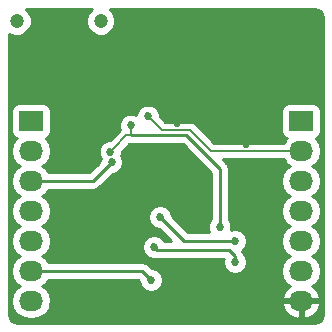
<source format=gbl>
%TF.GenerationSoftware,KiCad,Pcbnew,4.0.5-e0-6337~49~ubuntu16.04.1*%
%TF.CreationDate,2017-08-14T13:56:54-07:00*%
%TF.ProjectId,mcp73871-battery-mgmt-breakout,6D637037333837312D62617474657279,1.0*%
%TF.FileFunction,Copper,L2,Bot,Signal*%
%FSLAX46Y46*%
G04 Gerber Fmt 4.6, Leading zero omitted, Abs format (unit mm)*
G04 Created by KiCad (PCBNEW 4.0.5-e0-6337~49~ubuntu16.04.1) date Mon Aug 14 13:56:54 2017*
%MOMM*%
%LPD*%
G01*
G04 APERTURE LIST*
%ADD10C,0.350000*%
%ADD11C,1.200000*%
%ADD12R,2.032000X1.727200*%
%ADD13O,2.032000X1.727200*%
%ADD14C,0.685800*%
%ADD15C,0.254000*%
%ADD16C,0.152400*%
%ADD17C,0.330200*%
%ADD18C,0.350000*%
G04 APERTURE END LIST*
D10*
D11*
X31336236Y-21305034D03*
X24236236Y-21305034D03*
D12*
X25425400Y-29768800D03*
D13*
X25425400Y-32308800D03*
X25425400Y-34848800D03*
X25425400Y-37388800D03*
X25425400Y-39928800D03*
X25425400Y-42468800D03*
X25425400Y-45008800D03*
D12*
X48285400Y-29768800D03*
D13*
X48285400Y-32308800D03*
X48285400Y-34848800D03*
X48285400Y-37388800D03*
X48285400Y-39928800D03*
X48285400Y-42468800D03*
X48285400Y-45008800D03*
D14*
X29806900Y-33769300D03*
X42570400Y-37388800D03*
X31013400Y-33324800D03*
X36513510Y-36118800D03*
X37816453Y-29908490D03*
X43661720Y-31686490D03*
X33667290Y-37807910D03*
X42119861Y-30014906D03*
X25069800Y-26111200D03*
X40055800Y-36322000D03*
X37007800Y-34773800D03*
X37871400Y-25044400D03*
X36703000Y-27635200D03*
X36343498Y-33203338D03*
X34337302Y-33170742D03*
X35368381Y-34176898D03*
X35350638Y-32170702D03*
X35365400Y-33148800D03*
X41403400Y-38722300D03*
X32129391Y-32358586D03*
X33858200Y-30124400D03*
X35839400Y-40436800D03*
X42697400Y-41706800D03*
X35585400Y-43230800D03*
X32248303Y-33239606D03*
X42697400Y-39928800D03*
X36347400Y-37896800D03*
X35331400Y-29362400D03*
D15*
X35365400Y-34173917D02*
X35368381Y-34176898D01*
X41427400Y-38277800D02*
X41427400Y-33832800D01*
X41427400Y-38698300D02*
X41403400Y-38722300D01*
X41427400Y-38404800D02*
X41427400Y-38277800D01*
X41427400Y-38277800D02*
X41427400Y-38698300D01*
D16*
X33858200Y-30988000D02*
X33499977Y-30988000D01*
X32472290Y-32015687D02*
X32129391Y-32358586D01*
X33499977Y-30988000D02*
X32472290Y-32015687D01*
D15*
X41427400Y-33832800D02*
X38582600Y-30988000D01*
X38582600Y-30988000D02*
X33858200Y-30988000D01*
D16*
X33858200Y-30988000D02*
X33858200Y-30124400D01*
D15*
X42166333Y-40690800D02*
X36093400Y-40690800D01*
X36093400Y-40690800D02*
X35839400Y-40436800D01*
X42697400Y-41706800D02*
X42697400Y-41221867D01*
X42697400Y-41221867D02*
X42166333Y-40690800D01*
X25425400Y-42468800D02*
X34823400Y-42468800D01*
X34823400Y-42468800D02*
X35585400Y-43230800D01*
X32248303Y-33239606D02*
X30639109Y-34848800D01*
X30639109Y-34848800D02*
X25425400Y-34848800D01*
X42697400Y-39928800D02*
X38379400Y-39928800D01*
X36347400Y-37896800D02*
X38379400Y-39928800D01*
D16*
X38887400Y-30530800D02*
X36499800Y-30530800D01*
X36499800Y-30530800D02*
X35331400Y-29362400D01*
X40665400Y-32308800D02*
X38887400Y-30530800D01*
X48285400Y-32308800D02*
X40665400Y-32308800D01*
D15*
G36*
X30289865Y-20604549D02*
X30101451Y-21058300D01*
X30101022Y-21549613D01*
X30288644Y-22003691D01*
X30635751Y-22351405D01*
X31089502Y-22539819D01*
X31580815Y-22540248D01*
X32034893Y-22352626D01*
X32382607Y-22005519D01*
X32571021Y-21551768D01*
X32571450Y-21060455D01*
X32383828Y-20606377D01*
X32097951Y-20320000D01*
X49485355Y-20320000D01*
X49763911Y-20375408D01*
X49940678Y-20493520D01*
X50058792Y-20670290D01*
X50114200Y-20948849D01*
X50114200Y-46208751D01*
X50058792Y-46487310D01*
X49940678Y-46664080D01*
X49763911Y-46782192D01*
X49485355Y-46837600D01*
X24225449Y-46837600D01*
X23946890Y-46782192D01*
X23770120Y-46664078D01*
X23652008Y-46487311D01*
X23596600Y-46208755D01*
X23596600Y-32308800D01*
X23742055Y-32308800D01*
X23856129Y-32882289D01*
X24180985Y-33368470D01*
X24495766Y-33578800D01*
X24180985Y-33789130D01*
X23856129Y-34275311D01*
X23742055Y-34848800D01*
X23856129Y-35422289D01*
X24180985Y-35908470D01*
X24495766Y-36118800D01*
X24180985Y-36329130D01*
X23856129Y-36815311D01*
X23742055Y-37388800D01*
X23856129Y-37962289D01*
X24180985Y-38448470D01*
X24495766Y-38658800D01*
X24180985Y-38869130D01*
X23856129Y-39355311D01*
X23742055Y-39928800D01*
X23856129Y-40502289D01*
X24180985Y-40988470D01*
X24495766Y-41198800D01*
X24180985Y-41409130D01*
X23856129Y-41895311D01*
X23742055Y-42468800D01*
X23856129Y-43042289D01*
X24180985Y-43528470D01*
X24495766Y-43738800D01*
X24180985Y-43949130D01*
X23856129Y-44435311D01*
X23742055Y-45008800D01*
X23856129Y-45582289D01*
X24180985Y-46068470D01*
X24667166Y-46393326D01*
X25240655Y-46507400D01*
X25610145Y-46507400D01*
X26183634Y-46393326D01*
X26669815Y-46068470D01*
X26994671Y-45582289D01*
X27037330Y-45367826D01*
X46678042Y-45367826D01*
X46680691Y-45383591D01*
X46934668Y-45910836D01*
X47371080Y-46300754D01*
X47923487Y-46493984D01*
X48158400Y-46349724D01*
X48158400Y-45135800D01*
X48412400Y-45135800D01*
X48412400Y-46349724D01*
X48647313Y-46493984D01*
X49199720Y-46300754D01*
X49636132Y-45910836D01*
X49890109Y-45383591D01*
X49892758Y-45367826D01*
X49771617Y-45135800D01*
X48412400Y-45135800D01*
X48158400Y-45135800D01*
X46799183Y-45135800D01*
X46678042Y-45367826D01*
X27037330Y-45367826D01*
X27108745Y-45008800D01*
X26994671Y-44435311D01*
X26669815Y-43949130D01*
X26355034Y-43738800D01*
X26669815Y-43528470D01*
X26868712Y-43230800D01*
X34507770Y-43230800D01*
X34607413Y-43330443D01*
X34607331Y-43424463D01*
X34755893Y-43784012D01*
X35030741Y-44059340D01*
X35390030Y-44208530D01*
X35779063Y-44208869D01*
X36138612Y-44060307D01*
X36413940Y-43785459D01*
X36563130Y-43426170D01*
X36563469Y-43037137D01*
X36414907Y-42677588D01*
X36140059Y-42402260D01*
X35780770Y-42253070D01*
X35685217Y-42252987D01*
X35362215Y-41929985D01*
X35310322Y-41895311D01*
X35115005Y-41764804D01*
X34823400Y-41706800D01*
X26868712Y-41706800D01*
X26669815Y-41409130D01*
X26355034Y-41198800D01*
X26669815Y-40988470D01*
X26994671Y-40502289D01*
X27108745Y-39928800D01*
X26994671Y-39355311D01*
X26669815Y-38869130D01*
X26355034Y-38658800D01*
X26669815Y-38448470D01*
X26994671Y-37962289D01*
X27108745Y-37388800D01*
X26994671Y-36815311D01*
X26669815Y-36329130D01*
X26355034Y-36118800D01*
X26669815Y-35908470D01*
X26868712Y-35610800D01*
X30639109Y-35610800D01*
X30930714Y-35552796D01*
X31177924Y-35387615D01*
X32347946Y-34217593D01*
X32441966Y-34217675D01*
X32801515Y-34069113D01*
X33076843Y-33794265D01*
X33226033Y-33434976D01*
X33226372Y-33045943D01*
X33077810Y-32686394D01*
X33059672Y-32668225D01*
X33107121Y-32553956D01*
X33107267Y-32386498D01*
X33762751Y-31731014D01*
X33858200Y-31750000D01*
X38266970Y-31750000D01*
X40665400Y-34148431D01*
X40665400Y-38077259D01*
X40574860Y-38167641D01*
X40425670Y-38526930D01*
X40425331Y-38915963D01*
X40528974Y-39166800D01*
X38695030Y-39166800D01*
X37325387Y-37797157D01*
X37325469Y-37703137D01*
X37176907Y-37343588D01*
X36902059Y-37068260D01*
X36542770Y-36919070D01*
X36153737Y-36918731D01*
X35794188Y-37067293D01*
X35518860Y-37342141D01*
X35369670Y-37701430D01*
X35369331Y-38090463D01*
X35517893Y-38450012D01*
X35792741Y-38725340D01*
X36152030Y-38874530D01*
X36247583Y-38874613D01*
X37301770Y-39928800D01*
X36687588Y-39928800D01*
X36668907Y-39883588D01*
X36394059Y-39608260D01*
X36034770Y-39459070D01*
X35645737Y-39458731D01*
X35286188Y-39607293D01*
X35010860Y-39882141D01*
X34861670Y-40241430D01*
X34861331Y-40630463D01*
X35009893Y-40990012D01*
X35284741Y-41265340D01*
X35644030Y-41414530D01*
X35902135Y-41414755D01*
X36093400Y-41452800D01*
X41744015Y-41452800D01*
X41719670Y-41511430D01*
X41719331Y-41900463D01*
X41867893Y-42260012D01*
X42142741Y-42535340D01*
X42502030Y-42684530D01*
X42891063Y-42684869D01*
X43250612Y-42536307D01*
X43525940Y-42261459D01*
X43675130Y-41902170D01*
X43675469Y-41513137D01*
X43526907Y-41153588D01*
X43425640Y-41052144D01*
X43401396Y-40930262D01*
X43272140Y-40736817D01*
X43525940Y-40483459D01*
X43675130Y-40124170D01*
X43675469Y-39735137D01*
X43526907Y-39375588D01*
X43252059Y-39100260D01*
X42892770Y-38951070D01*
X42503737Y-38950731D01*
X42339166Y-39018730D01*
X42381130Y-38917670D01*
X42381469Y-38528637D01*
X42232907Y-38169088D01*
X42189400Y-38125505D01*
X42189400Y-33832800D01*
X42131396Y-33541195D01*
X42065234Y-33442177D01*
X41966216Y-33293985D01*
X41692231Y-33020000D01*
X46808145Y-33020000D01*
X47040985Y-33368470D01*
X47355766Y-33578800D01*
X47040985Y-33789130D01*
X46716129Y-34275311D01*
X46602055Y-34848800D01*
X46716129Y-35422289D01*
X47040985Y-35908470D01*
X47355766Y-36118800D01*
X47040985Y-36329130D01*
X46716129Y-36815311D01*
X46602055Y-37388800D01*
X46716129Y-37962289D01*
X47040985Y-38448470D01*
X47355766Y-38658800D01*
X47040985Y-38869130D01*
X46716129Y-39355311D01*
X46602055Y-39928800D01*
X46716129Y-40502289D01*
X47040985Y-40988470D01*
X47355766Y-41198800D01*
X47040985Y-41409130D01*
X46716129Y-41895311D01*
X46602055Y-42468800D01*
X46716129Y-43042289D01*
X47040985Y-43528470D01*
X47350469Y-43735261D01*
X46934668Y-44106764D01*
X46680691Y-44634009D01*
X46678042Y-44649774D01*
X46799183Y-44881800D01*
X48158400Y-44881800D01*
X48158400Y-44861800D01*
X48412400Y-44861800D01*
X48412400Y-44881800D01*
X49771617Y-44881800D01*
X49892758Y-44649774D01*
X49890109Y-44634009D01*
X49636132Y-44106764D01*
X49220331Y-43735261D01*
X49529815Y-43528470D01*
X49854671Y-43042289D01*
X49968745Y-42468800D01*
X49854671Y-41895311D01*
X49529815Y-41409130D01*
X49215034Y-41198800D01*
X49529815Y-40988470D01*
X49854671Y-40502289D01*
X49968745Y-39928800D01*
X49854671Y-39355311D01*
X49529815Y-38869130D01*
X49215034Y-38658800D01*
X49529815Y-38448470D01*
X49854671Y-37962289D01*
X49968745Y-37388800D01*
X49854671Y-36815311D01*
X49529815Y-36329130D01*
X49215034Y-36118800D01*
X49529815Y-35908470D01*
X49854671Y-35422289D01*
X49968745Y-34848800D01*
X49854671Y-34275311D01*
X49529815Y-33789130D01*
X49215034Y-33578800D01*
X49529815Y-33368470D01*
X49854671Y-32882289D01*
X49968745Y-32308800D01*
X49854671Y-31735311D01*
X49529815Y-31249130D01*
X49515487Y-31239557D01*
X49536717Y-31235562D01*
X49752841Y-31096490D01*
X49897831Y-30884290D01*
X49948840Y-30632400D01*
X49948840Y-28905200D01*
X49904562Y-28669883D01*
X49765490Y-28453759D01*
X49553290Y-28308769D01*
X49301400Y-28257760D01*
X47269400Y-28257760D01*
X47034083Y-28302038D01*
X46817959Y-28441110D01*
X46672969Y-28653310D01*
X46621960Y-28905200D01*
X46621960Y-30632400D01*
X46666238Y-30867717D01*
X46805310Y-31083841D01*
X47017510Y-31228831D01*
X47058839Y-31237200D01*
X47040985Y-31249130D01*
X46808145Y-31597600D01*
X40959989Y-31597600D01*
X39390294Y-30027906D01*
X39159565Y-29873737D01*
X38887400Y-29819600D01*
X36794388Y-29819600D01*
X36309325Y-29334537D01*
X36309469Y-29168737D01*
X36160907Y-28809188D01*
X35886059Y-28533860D01*
X35526770Y-28384670D01*
X35137737Y-28384331D01*
X34778188Y-28532893D01*
X34502860Y-28807741D01*
X34353670Y-29167030D01*
X34353579Y-29271245D01*
X34053570Y-29146670D01*
X33664537Y-29146331D01*
X33304988Y-29294893D01*
X33029660Y-29569741D01*
X32880470Y-29929030D01*
X32880131Y-30318063D01*
X32963166Y-30519023D01*
X32101528Y-31380661D01*
X31935728Y-31380517D01*
X31576179Y-31529079D01*
X31300851Y-31803927D01*
X31151661Y-32163216D01*
X31151322Y-32552249D01*
X31299884Y-32911798D01*
X31318022Y-32929967D01*
X31270573Y-33044236D01*
X31270490Y-33139789D01*
X30323479Y-34086800D01*
X26868712Y-34086800D01*
X26669815Y-33789130D01*
X26355034Y-33578800D01*
X26669815Y-33368470D01*
X26994671Y-32882289D01*
X27108745Y-32308800D01*
X26994671Y-31735311D01*
X26669815Y-31249130D01*
X26655487Y-31239557D01*
X26676717Y-31235562D01*
X26892841Y-31096490D01*
X27037831Y-30884290D01*
X27088840Y-30632400D01*
X27088840Y-28905200D01*
X27044562Y-28669883D01*
X26905490Y-28453759D01*
X26693290Y-28308769D01*
X26441400Y-28257760D01*
X24409400Y-28257760D01*
X24174083Y-28302038D01*
X23957959Y-28441110D01*
X23812969Y-28653310D01*
X23761960Y-28905200D01*
X23761960Y-30632400D01*
X23806238Y-30867717D01*
X23945310Y-31083841D01*
X24157510Y-31228831D01*
X24198839Y-31237200D01*
X24180985Y-31249130D01*
X23856129Y-31735311D01*
X23742055Y-32308800D01*
X23596600Y-32308800D01*
X23596600Y-22376672D01*
X23989502Y-22539819D01*
X24480815Y-22540248D01*
X24934893Y-22352626D01*
X25282607Y-22005519D01*
X25471021Y-21551768D01*
X25471450Y-21060455D01*
X25283828Y-20606377D01*
X24997951Y-20320000D01*
X30574912Y-20320000D01*
X30289865Y-20604549D01*
X30289865Y-20604549D01*
G37*
X30289865Y-20604549D02*
X30101451Y-21058300D01*
X30101022Y-21549613D01*
X30288644Y-22003691D01*
X30635751Y-22351405D01*
X31089502Y-22539819D01*
X31580815Y-22540248D01*
X32034893Y-22352626D01*
X32382607Y-22005519D01*
X32571021Y-21551768D01*
X32571450Y-21060455D01*
X32383828Y-20606377D01*
X32097951Y-20320000D01*
X49485355Y-20320000D01*
X49763911Y-20375408D01*
X49940678Y-20493520D01*
X50058792Y-20670290D01*
X50114200Y-20948849D01*
X50114200Y-46208751D01*
X50058792Y-46487310D01*
X49940678Y-46664080D01*
X49763911Y-46782192D01*
X49485355Y-46837600D01*
X24225449Y-46837600D01*
X23946890Y-46782192D01*
X23770120Y-46664078D01*
X23652008Y-46487311D01*
X23596600Y-46208755D01*
X23596600Y-32308800D01*
X23742055Y-32308800D01*
X23856129Y-32882289D01*
X24180985Y-33368470D01*
X24495766Y-33578800D01*
X24180985Y-33789130D01*
X23856129Y-34275311D01*
X23742055Y-34848800D01*
X23856129Y-35422289D01*
X24180985Y-35908470D01*
X24495766Y-36118800D01*
X24180985Y-36329130D01*
X23856129Y-36815311D01*
X23742055Y-37388800D01*
X23856129Y-37962289D01*
X24180985Y-38448470D01*
X24495766Y-38658800D01*
X24180985Y-38869130D01*
X23856129Y-39355311D01*
X23742055Y-39928800D01*
X23856129Y-40502289D01*
X24180985Y-40988470D01*
X24495766Y-41198800D01*
X24180985Y-41409130D01*
X23856129Y-41895311D01*
X23742055Y-42468800D01*
X23856129Y-43042289D01*
X24180985Y-43528470D01*
X24495766Y-43738800D01*
X24180985Y-43949130D01*
X23856129Y-44435311D01*
X23742055Y-45008800D01*
X23856129Y-45582289D01*
X24180985Y-46068470D01*
X24667166Y-46393326D01*
X25240655Y-46507400D01*
X25610145Y-46507400D01*
X26183634Y-46393326D01*
X26669815Y-46068470D01*
X26994671Y-45582289D01*
X27037330Y-45367826D01*
X46678042Y-45367826D01*
X46680691Y-45383591D01*
X46934668Y-45910836D01*
X47371080Y-46300754D01*
X47923487Y-46493984D01*
X48158400Y-46349724D01*
X48158400Y-45135800D01*
X48412400Y-45135800D01*
X48412400Y-46349724D01*
X48647313Y-46493984D01*
X49199720Y-46300754D01*
X49636132Y-45910836D01*
X49890109Y-45383591D01*
X49892758Y-45367826D01*
X49771617Y-45135800D01*
X48412400Y-45135800D01*
X48158400Y-45135800D01*
X46799183Y-45135800D01*
X46678042Y-45367826D01*
X27037330Y-45367826D01*
X27108745Y-45008800D01*
X26994671Y-44435311D01*
X26669815Y-43949130D01*
X26355034Y-43738800D01*
X26669815Y-43528470D01*
X26868712Y-43230800D01*
X34507770Y-43230800D01*
X34607413Y-43330443D01*
X34607331Y-43424463D01*
X34755893Y-43784012D01*
X35030741Y-44059340D01*
X35390030Y-44208530D01*
X35779063Y-44208869D01*
X36138612Y-44060307D01*
X36413940Y-43785459D01*
X36563130Y-43426170D01*
X36563469Y-43037137D01*
X36414907Y-42677588D01*
X36140059Y-42402260D01*
X35780770Y-42253070D01*
X35685217Y-42252987D01*
X35362215Y-41929985D01*
X35310322Y-41895311D01*
X35115005Y-41764804D01*
X34823400Y-41706800D01*
X26868712Y-41706800D01*
X26669815Y-41409130D01*
X26355034Y-41198800D01*
X26669815Y-40988470D01*
X26994671Y-40502289D01*
X27108745Y-39928800D01*
X26994671Y-39355311D01*
X26669815Y-38869130D01*
X26355034Y-38658800D01*
X26669815Y-38448470D01*
X26994671Y-37962289D01*
X27108745Y-37388800D01*
X26994671Y-36815311D01*
X26669815Y-36329130D01*
X26355034Y-36118800D01*
X26669815Y-35908470D01*
X26868712Y-35610800D01*
X30639109Y-35610800D01*
X30930714Y-35552796D01*
X31177924Y-35387615D01*
X32347946Y-34217593D01*
X32441966Y-34217675D01*
X32801515Y-34069113D01*
X33076843Y-33794265D01*
X33226033Y-33434976D01*
X33226372Y-33045943D01*
X33077810Y-32686394D01*
X33059672Y-32668225D01*
X33107121Y-32553956D01*
X33107267Y-32386498D01*
X33762751Y-31731014D01*
X33858200Y-31750000D01*
X38266970Y-31750000D01*
X40665400Y-34148431D01*
X40665400Y-38077259D01*
X40574860Y-38167641D01*
X40425670Y-38526930D01*
X40425331Y-38915963D01*
X40528974Y-39166800D01*
X38695030Y-39166800D01*
X37325387Y-37797157D01*
X37325469Y-37703137D01*
X37176907Y-37343588D01*
X36902059Y-37068260D01*
X36542770Y-36919070D01*
X36153737Y-36918731D01*
X35794188Y-37067293D01*
X35518860Y-37342141D01*
X35369670Y-37701430D01*
X35369331Y-38090463D01*
X35517893Y-38450012D01*
X35792741Y-38725340D01*
X36152030Y-38874530D01*
X36247583Y-38874613D01*
X37301770Y-39928800D01*
X36687588Y-39928800D01*
X36668907Y-39883588D01*
X36394059Y-39608260D01*
X36034770Y-39459070D01*
X35645737Y-39458731D01*
X35286188Y-39607293D01*
X35010860Y-39882141D01*
X34861670Y-40241430D01*
X34861331Y-40630463D01*
X35009893Y-40990012D01*
X35284741Y-41265340D01*
X35644030Y-41414530D01*
X35902135Y-41414755D01*
X36093400Y-41452800D01*
X41744015Y-41452800D01*
X41719670Y-41511430D01*
X41719331Y-41900463D01*
X41867893Y-42260012D01*
X42142741Y-42535340D01*
X42502030Y-42684530D01*
X42891063Y-42684869D01*
X43250612Y-42536307D01*
X43525940Y-42261459D01*
X43675130Y-41902170D01*
X43675469Y-41513137D01*
X43526907Y-41153588D01*
X43425640Y-41052144D01*
X43401396Y-40930262D01*
X43272140Y-40736817D01*
X43525940Y-40483459D01*
X43675130Y-40124170D01*
X43675469Y-39735137D01*
X43526907Y-39375588D01*
X43252059Y-39100260D01*
X42892770Y-38951070D01*
X42503737Y-38950731D01*
X42339166Y-39018730D01*
X42381130Y-38917670D01*
X42381469Y-38528637D01*
X42232907Y-38169088D01*
X42189400Y-38125505D01*
X42189400Y-33832800D01*
X42131396Y-33541195D01*
X42065234Y-33442177D01*
X41966216Y-33293985D01*
X41692231Y-33020000D01*
X46808145Y-33020000D01*
X47040985Y-33368470D01*
X47355766Y-33578800D01*
X47040985Y-33789130D01*
X46716129Y-34275311D01*
X46602055Y-34848800D01*
X46716129Y-35422289D01*
X47040985Y-35908470D01*
X47355766Y-36118800D01*
X47040985Y-36329130D01*
X46716129Y-36815311D01*
X46602055Y-37388800D01*
X46716129Y-37962289D01*
X47040985Y-38448470D01*
X47355766Y-38658800D01*
X47040985Y-38869130D01*
X46716129Y-39355311D01*
X46602055Y-39928800D01*
X46716129Y-40502289D01*
X47040985Y-40988470D01*
X47355766Y-41198800D01*
X47040985Y-41409130D01*
X46716129Y-41895311D01*
X46602055Y-42468800D01*
X46716129Y-43042289D01*
X47040985Y-43528470D01*
X47350469Y-43735261D01*
X46934668Y-44106764D01*
X46680691Y-44634009D01*
X46678042Y-44649774D01*
X46799183Y-44881800D01*
X48158400Y-44881800D01*
X48158400Y-44861800D01*
X48412400Y-44861800D01*
X48412400Y-44881800D01*
X49771617Y-44881800D01*
X49892758Y-44649774D01*
X49890109Y-44634009D01*
X49636132Y-44106764D01*
X49220331Y-43735261D01*
X49529815Y-43528470D01*
X49854671Y-43042289D01*
X49968745Y-42468800D01*
X49854671Y-41895311D01*
X49529815Y-41409130D01*
X49215034Y-41198800D01*
X49529815Y-40988470D01*
X49854671Y-40502289D01*
X49968745Y-39928800D01*
X49854671Y-39355311D01*
X49529815Y-38869130D01*
X49215034Y-38658800D01*
X49529815Y-38448470D01*
X49854671Y-37962289D01*
X49968745Y-37388800D01*
X49854671Y-36815311D01*
X49529815Y-36329130D01*
X49215034Y-36118800D01*
X49529815Y-35908470D01*
X49854671Y-35422289D01*
X49968745Y-34848800D01*
X49854671Y-34275311D01*
X49529815Y-33789130D01*
X49215034Y-33578800D01*
X49529815Y-33368470D01*
X49854671Y-32882289D01*
X49968745Y-32308800D01*
X49854671Y-31735311D01*
X49529815Y-31249130D01*
X49515487Y-31239557D01*
X49536717Y-31235562D01*
X49752841Y-31096490D01*
X49897831Y-30884290D01*
X49948840Y-30632400D01*
X49948840Y-28905200D01*
X49904562Y-28669883D01*
X49765490Y-28453759D01*
X49553290Y-28308769D01*
X49301400Y-28257760D01*
X47269400Y-28257760D01*
X47034083Y-28302038D01*
X46817959Y-28441110D01*
X46672969Y-28653310D01*
X46621960Y-28905200D01*
X46621960Y-30632400D01*
X46666238Y-30867717D01*
X46805310Y-31083841D01*
X47017510Y-31228831D01*
X47058839Y-31237200D01*
X47040985Y-31249130D01*
X46808145Y-31597600D01*
X40959989Y-31597600D01*
X39390294Y-30027906D01*
X39159565Y-29873737D01*
X38887400Y-29819600D01*
X36794388Y-29819600D01*
X36309325Y-29334537D01*
X36309469Y-29168737D01*
X36160907Y-28809188D01*
X35886059Y-28533860D01*
X35526770Y-28384670D01*
X35137737Y-28384331D01*
X34778188Y-28532893D01*
X34502860Y-28807741D01*
X34353670Y-29167030D01*
X34353579Y-29271245D01*
X34053570Y-29146670D01*
X33664537Y-29146331D01*
X33304988Y-29294893D01*
X33029660Y-29569741D01*
X32880470Y-29929030D01*
X32880131Y-30318063D01*
X32963166Y-30519023D01*
X32101528Y-31380661D01*
X31935728Y-31380517D01*
X31576179Y-31529079D01*
X31300851Y-31803927D01*
X31151661Y-32163216D01*
X31151322Y-32552249D01*
X31299884Y-32911798D01*
X31318022Y-32929967D01*
X31270573Y-33044236D01*
X31270490Y-33139789D01*
X30323479Y-34086800D01*
X26868712Y-34086800D01*
X26669815Y-33789130D01*
X26355034Y-33578800D01*
X26669815Y-33368470D01*
X26994671Y-32882289D01*
X27108745Y-32308800D01*
X26994671Y-31735311D01*
X26669815Y-31249130D01*
X26655487Y-31239557D01*
X26676717Y-31235562D01*
X26892841Y-31096490D01*
X27037831Y-30884290D01*
X27088840Y-30632400D01*
X27088840Y-28905200D01*
X27044562Y-28669883D01*
X26905490Y-28453759D01*
X26693290Y-28308769D01*
X26441400Y-28257760D01*
X24409400Y-28257760D01*
X24174083Y-28302038D01*
X23957959Y-28441110D01*
X23812969Y-28653310D01*
X23761960Y-28905200D01*
X23761960Y-30632400D01*
X23806238Y-30867717D01*
X23945310Y-31083841D01*
X24157510Y-31228831D01*
X24198839Y-31237200D01*
X24180985Y-31249130D01*
X23856129Y-31735311D01*
X23742055Y-32308800D01*
X23596600Y-32308800D01*
X23596600Y-22376672D01*
X23989502Y-22539819D01*
X24480815Y-22540248D01*
X24934893Y-22352626D01*
X25282607Y-22005519D01*
X25471021Y-21551768D01*
X25471450Y-21060455D01*
X25283828Y-20606377D01*
X24997951Y-20320000D01*
X30574912Y-20320000D01*
X30289865Y-20604549D01*
D17*
X29806900Y-33769300D03*
X42570400Y-37388800D03*
X31013400Y-33324800D03*
X36513510Y-36118800D03*
X37816453Y-29908490D03*
X43661720Y-31686490D03*
X33667290Y-37807910D03*
X42119861Y-30014906D03*
X25069800Y-26111200D03*
X40055800Y-36322000D03*
X37007800Y-34773800D03*
X37871400Y-25044400D03*
X36703000Y-27635200D03*
X36343498Y-33203338D03*
X34337302Y-33170742D03*
X35368381Y-34176898D03*
X35350638Y-32170702D03*
X35365400Y-33148800D03*
X41403400Y-38722300D03*
X32129391Y-32358586D03*
X33858200Y-30124400D03*
X35839400Y-40436800D03*
X42697400Y-41706800D03*
X35585400Y-43230800D03*
X32248303Y-33239606D03*
X42697400Y-39928800D03*
X36347400Y-37896800D03*
X35331400Y-29362400D03*
D18*
X31336236Y-21305034D03*
X24236236Y-21305034D03*
X25425400Y-29768800D03*
X25425400Y-32308800D03*
X25425400Y-34848800D03*
X25425400Y-37388800D03*
X25425400Y-39928800D03*
X25425400Y-42468800D03*
X25425400Y-45008800D03*
X48285400Y-29768800D03*
X48285400Y-32308800D03*
X48285400Y-34848800D03*
X48285400Y-37388800D03*
X48285400Y-39928800D03*
X48285400Y-42468800D03*
X48285400Y-45008800D03*
M02*

</source>
